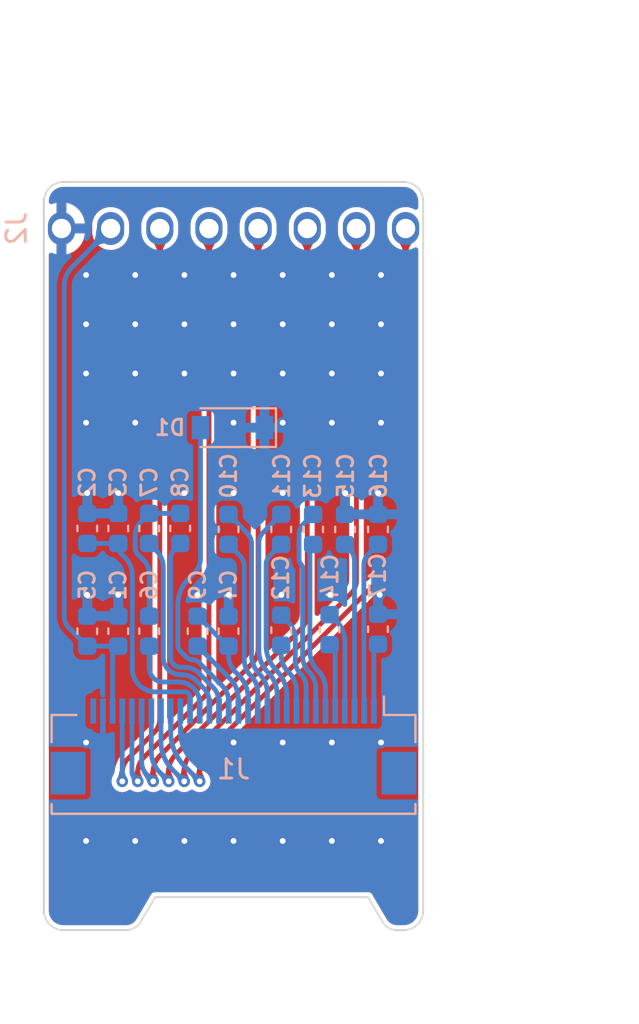
<source format=kicad_pcb>
(kicad_pcb (version 20211014) (generator pcbnew)
  (title_block (title "ALOIDIA Keyboard E-Paper Display Module PCB") (comment 2 "Author: Vincent Nguyen"))
  (layers (0 "F.Cu" signal) (31 "B.Cu" signal) (34 "B.Paste" user) (35 "F.Paste" user) (36 "B.SilkS" user "B.Silkscreen") (37 "F.SilkS" user "F.Silkscreen") (38 "B.Mask" user) (39 "F.Mask" user) (44 "Edge.Cuts" user))
  (net 0 "")
  (net 1 "GND")
  (net 2 "+3.3V")
  (net 3 "DIN")
  (net 4 "SCK")
  (net 5 "CS")
  (net 6 "DC")
  (net 7 "RST")
  (net 8 "BUSY")
  (net 9 "/VDDD")
  (net 10 "/VGL")
  (net 11 "/VDL")
  (net 12 "/VDH")
  (net 13 "/VGH")
  (net 14 "/C6P")
  (net 15 "/C6N")
  (net 16 "/C5P")
  (net 17 "/C5N")
  (net 18 "/C4P")
  (net 19 "/C4N")
  (net 20 "/C3P")
  (net 21 "/C3N")
  (net 22 "/C2P")
  (net 23 "/C2N")
  (net 24 "/C1P")
  (net 25 "/C1N")
  (net 26 "/VCOML")
  (net 27 "/VCOMH")
  (net 28 "/VCOM")
  (net 29 "Net-(C6-Pad1)")
  (footprint "Capacitor_SMD:C_0603_1608Metric" (layer "B.Cu") (at 162.71232 90.999772 -90)
    (fp_text reference "C14" (at -1.475 -0.03 90) (layer "B.SilkS") (effects (font (size 0.8 0.8)) (justify right mirror)))
    (fp_text value "2.2uF")
    (pad "1" smd roundrect (at -0.775 0 270) (size 0.9 0.95) (layers "B.Cu" "B.Paste" "B.Mask") (net 24 "/C1P"))
    (pad "2" smd roundrect (at 0.775 0 270) (size 0.9 0.95) (layers "B.Cu" "B.Paste" "B.Mask") (net 25 "/C1N"))
  )
  (footprint "Capacitor_SMD:C_0603_1608Metric" (layer "B.Cu") (at 157.49232 85.824772 -90)
    (fp_text reference "C10" (at -1.5 0 90) (layer "B.SilkS") (effects (font (size 0.8 0.8)) (justify right mirror)))
    (fp_text value "1uF")
    (pad "1" smd roundrect (at -0.775 0 270) (size 0.9 0.95) (layers "B.Cu" "B.Paste" "B.Mask") (net 16 "/C5P"))
    (pad "2" smd roundrect (at 0.775 0 270) (size 0.9 0.95) (layers "B.Cu" "B.Paste" "B.Mask") (net 17 "/C5N"))
  )
  (footprint "Diode_SMD:D_SOD-123" (layer "B.Cu") (at 157.69232 80.574772 180)
    (fp_text reference "D1" (at 2.35 0) (layer "B.SilkS") (effects (font (size 0.8 0.8)) (justify left mirror)))
    (fp_text value "SS0530_R1_00001")
    (pad "1" smd rect (at -1.65 0 180) (size 0.9 1.2) (layers "B.Cu" "B.Paste" "B.Mask") (net 1 "GND"))
    (pad "2" smd rect (at 1.65 0 180) (size 0.9 1.2) (layers "B.Cu" "B.Paste" "B.Mask") (net 10 "/VGL"))
  )
  (footprint "Capacitor_SMD:C_0603_1608Metric" (layer "B.Cu") (at 154.99232 85.774772 -90)
    (fp_text reference "C8" (at -1.5 0 90) (layer "B.SilkS") (effects (font (size 0.8 0.8)) (justify right mirror)))
    (fp_text value "1uF")
    (pad "1" smd roundrect (at -0.775 0 270) (size 0.9 0.95) (layers "B.Cu" "B.Paste" "B.Mask") (net 29 "Net-(C6-Pad1)"))
    (pad "2" smd roundrect (at 0.775 0 270) (size 0.9 0.95) (layers "B.Cu" "B.Paste" "B.Mask") (net 13 "/VGH"))
  )
  (footprint "Capacitor_SMD:C_0603_1608Metric" (layer "B.Cu") (at 161.86232 85.824772 90)
    (fp_text reference "C13" (at 1.5 -0.02 90) (layer "B.SilkS") (effects (font (size 0.8 0.8)) (justify right mirror)))
    (fp_text value "1uF")
    (pad "1" smd roundrect (at -0.775 0 90) (size 0.9 0.95) (layers "B.Cu" "B.Paste" "B.Mask") (net 22 "/C2P"))
    (pad "2" smd roundrect (at 0.775 0 90) (size 0.9 0.95) (layers "B.Cu" "B.Paste" "B.Mask") (net 23 "/C2N"))
  )
  (footprint "Capacitor_SMD:C_0603_1608Metric" (layer "B.Cu") (at 151.79232 91.074772 90)
    (fp_text reference "C1" (at 1.5 0 90) (layer "B.SilkS") (effects (font (size 0.8 0.8)) (justify right mirror)))
    (fp_text value "0.1uF")
    (pad "1" smd roundrect (at -0.775 0 90) (size 0.9 0.95) (layers "B.Cu" "B.Paste" "B.Mask") (net 2 "+3.3V"))
    (pad "2" smd roundrect (at 0.775 0 90) (size 0.9 0.95) (layers "B.Cu" "B.Paste" "B.Mask") (net 1 "GND"))
  )
  (footprint "Capacitor_SMD:C_0603_1608Metric" (layer "B.Cu") (at 155.89232 91.074772 -90)
    (fp_text reference "C9" (at -1.5 0 -90) (layer "B.SilkS") (effects (font (size 0.8 0.8)) (justify right mirror)))
    (fp_text value "1uF")
    (pad "1" smd roundrect (at -0.775 0 270) (size 0.9 0.95) (layers "B.Cu" "B.Paste" "B.Mask") (net 14 "/C6P"))
    (pad "2" smd roundrect (at 0.775 0 270) (size 0.9 0.95) (layers "B.Cu" "B.Paste" "B.Mask") (net 15 "/C6N"))
  )
  (footprint "Capacitor_SMD:C_0603_1608Metric" (layer "B.Cu") (at 150.19232 91.074772 90)
    (fp_text reference "C5" (at 1.5 0 90) (layer "B.SilkS") (effects (font (size 0.8 0.8)) (justify right mirror)))
    (fp_text value "4.7uF")
    (pad "1" smd roundrect (at -0.775 0 90) (size 0.9 0.95) (layers "B.Cu" "B.Paste" "B.Mask") (net 2 "+3.3V"))
    (pad "2" smd roundrect (at 0.775 0 90) (size 0.9 0.95) (layers "B.Cu" "B.Paste" "B.Mask") (net 1 "GND"))
  )
  (footprint "Capacitor_SMD:C_0603_1608Metric" (layer "B.Cu") (at 160.21232 91.024772 -90)
    (fp_text reference "C12" (at -1.45 0.02 90) (layer "B.SilkS") (effects (font (size 0.8 0.8)) (justify right mirror)))
    (fp_text value "1uF")
    (pad "1" smd roundrect (at -0.775 0 270) (size 0.9 0.95) (layers "B.Cu" "B.Paste" "B.Mask") (net 20 "/C3P"))
    (pad "2" smd roundrect (at 0.775 0 270) (size 0.9 0.95) (layers "B.Cu" "B.Paste" "B.Mask") (net 21 "/C3N"))
  )
  (footprint "Capacitor_SMD:C_0603_1608Metric" (layer "B.Cu") (at 153.39232 85.774772 -90)
    (fp_text reference "C7" (at -1.5 0 90) (layer "B.SilkS") (effects (font (size 0.8 0.8)) (justify right mirror)))
    (fp_text value "1uF")
    (pad "1" smd roundrect (at -0.775 0 270) (size 0.9 0.95) (layers "B.Cu" "B.Paste" "B.Mask") (net 29 "Net-(C6-Pad1)"))
    (pad "2" smd roundrect (at 0.775 0 270) (size 0.9 0.95) (layers "B.Cu" "B.Paste" "B.Mask") (net 12 "/VDH"))
  )
  (footprint "Capacitor_SMD:C_0603_1608Metric" (layer "B.Cu") (at 160.21232 85.824772 90)
    (fp_text reference "C11" (at 1.5 0.03 90) (layer "B.SilkS") (effects (font (size 0.8 0.8)) (justify right mirror)))
    (fp_text value "1uF")
    (pad "1" smd roundrect (at -0.775 0 90) (size 0.9 0.95) (layers "B.Cu" "B.Paste" "B.Mask") (net 18 "/C4P"))
    (pad "2" smd roundrect (at 0.775 0 90) (size 0.9 0.95) (layers "B.Cu" "B.Paste" "B.Mask") (net 19 "/C4N"))
  )
  (footprint "Capacitor_SMD:C_0603_1608Metric" (layer "B.Cu") (at 150.19232 85.775088 -90)
    (fp_text reference "C2" (at -1.500316 0 90) (layer "B.SilkS") (effects (font (size 0.8 0.8)) (justify right mirror)))
    (fp_text value "0.1uF")
    (pad "1" smd roundrect (at -0.775 0 270) (size 0.9 0.95) (layers "B.Cu" "B.Paste" "B.Mask") (net 1 "GND"))
    (pad "2" smd roundrect (at 0.775 0 270) (size 0.9 0.95) (layers "B.Cu" "B.Paste" "B.Mask") (net 9 "/VDDD"))
  )
  (footprint "Capacitor_SMD:C_0603_1608Metric" (layer "B.Cu") (at 151.79232 85.775088 -90)
    (fp_text reference "C3" (at -1.500316 0 90) (layer "B.SilkS") (effects (font (size 0.8 0.8)) (justify right mirror)))
    (fp_text value "1uF")
    (pad "1" smd roundrect (at -0.775 0 270) (size 0.9 0.95) (layers "B.Cu" "B.Paste" "B.Mask") (net 1 "GND"))
    (pad "2" smd roundrect (at 0.775 0 270) (size 0.9 0.95) (layers "B.Cu" "B.Paste" "B.Mask") (net 9 "/VDDD"))
  )
  (footprint "Capacitor_SMD:C_0603_1608Metric" (layer "B.Cu") (at 153.39232 91.074772 -90)
    (fp_text reference "C6" (at -1.5 0 90) (layer "B.SilkS") (effects (font (size 0.8 0.8)) (justify right mirror)))
    (fp_text value "1uF")
    (pad "1" smd roundrect (at -0.775 0 270) (size 0.9 0.95) (layers "B.Cu" "B.Paste" "B.Mask") (net 29 "Net-(C6-Pad1)"))
    (pad "2" smd roundrect (at 0.775 0 270) (size 0.9 0.95) (layers "B.Cu" "B.Paste" "B.Mask") (net 11 "/VDL"))
  )
  (footprint "Capacitor_SMD:C_0603_1608Metric" (layer "B.Cu") (at 157.49232 91.074772 -90)
    (fp_text reference "C4" (at -1.5 0 90) (layer "B.SilkS") (effects (font (size 0.8 0.8)) (justify right mirror)))
    (fp_text value "1uF")
    (pad "1" smd roundrect (at -0.775 0 270) (size 0.9 0.95) (layers "B.Cu" "B.Paste" "B.Mask") (net 1 "GND"))
    (pad "2" smd roundrect (at 0.775 0 270) (size 0.9 0.95) (layers "B.Cu" "B.Paste" "B.Mask") (net 14 "/C6P"))
  )
  (footprint "0_various:JUSHUO AFC24-S30FIC-00" (layer "B.Cu") (at 157.75 98.7 180)
    (fp_text reference "J1" (at 0 0.5 unlocked) (layer "B.SilkS") (effects (justify mirror)))
    (fp_text value "FH12-30S-0.5SH(55)")
    (pad "1" smd rect (at -7.25 3.5 90) (size 1.3 0.3) (layers "B.Cu" "B.Mask") (net 28 "/VCOM"))
    (pad "2" smd rect (at -6.75 3.5 90) (size 1.3 0.3) (layers "B.Cu" "B.Mask") (net 27 "/VCOMH"))
    (pad "3" smd rect (at -6.25 3.5 90) (size 1.3 0.3) (layers "B.Cu" "B.Mask") (net 26 "/VCOML"))
    (pad "4" smd rect (at -5.75 3.5 90) (size 1.3 0.3) (layers "B.Cu" "B.Mask") (net 24 "/C1P"))
    (pad "5" smd rect (at -5.25 3.5 90) (size 1.3 0.3) (layers "B.Cu" "B.Mask") (net 25 "/C1N"))
    (pad "6" smd rect (at -4.75 3.5 90) (size 1.3 0.3) (layers "B.Cu" "B.Mask") (net 22 "/C2P"))
    (pad "7" smd rect (at -4.25 3.5 90) (size 1.3 0.3) (layers "B.Cu" "B.Mask") (net 23 "/C2N"))
    (pad "8" smd rect (at -3.75 3.5 90) (size 1.3 0.3) (layers "B.Cu" "B.Mask") (net 20 "/C3P"))
    (pad "9" smd rect (at -3.25 3.5 90) (size 1.3 0.3) (layers "B.Cu" "B.Mask") (net 21 "/C3N"))
    (pad "10" smd rect (at -2.75 3.5 90) (size 1.3 0.3) (layers "B.Cu" "B.Mask") (net 18 "/C4P"))
    (pad "11" smd rect (at -2.25 3.5 90) (size 1.3 0.3) (layers "B.Cu" "B.Mask") (net 19 "/C4N"))
    (pad "12" smd rect (at -1.75 3.5 90) (size 1.3 0.3) (layers "B.Cu" "B.Mask") (net 16 "/C5P"))
    (pad "13" smd rect (at -1.25 3.5 90) (size 1.3 0.3) (layers "B.Cu" "B.Mask") (net 17 "/C5N"))
    (pad "14" smd rect (at -0.75 3.5 90) (size 1.3 0.3) (layers "B.Cu" "B.Mask") (net 14 "/C6P"))
    (pad "15" smd rect (at -0.25 3.5 90) (size 1.3 0.3) (layers "B.Cu" "B.Mask") (net 15 "/C6N"))
    (pad "16" smd rect (at 0.25 3.5 90) (size 1.3 0.3) (layers "B.Cu" "B.Mask") (net 10 "/VGL"))
    (pad "17" smd rect (at 0.75 3.5 90) (size 1.3 0.3) (layers "B.Cu" "B.Mask") (net 13 "/VGH"))
    (pad "18" smd rect (at 1.25 3.5 90) (size 1.3 0.3) (layers "B.Cu" "B.Mask") (net 12 "/VDH"))
    (pad "19" smd rect (at 1.75 3.5 90) (size 1.3 0.3) (layers "B.Cu" "B.Mask") (net 11 "/VDL"))
    (pad "20" smd rect (at 2.25 3.5 90) (size 1.3 0.3) (layers "B.Cu" "B.Mask") (net 9 "/VDDD"))
    (pad "21" smd rect (at 2.75 3.5 90) (size 1.3 0.3) (layers "B.Cu" "B.Mask") (net 1 "GND"))
    (pad "22" smd rect (at 3.25 3.5 90) (size 1.3 0.3) (layers "B.Cu" "B.Mask") (net 8 "BUSY"))
    (pad "23" smd rect (at 3.75 3.5 90) (size 1.3 0.3) (layers "B.Cu" "B.Mask") (net 7 "RST"))
    (pad "24" smd rect (at 4.25 3.5 90) (size 1.3 0.3) (layers "B.Cu" "B.Mask") (net 6 "DC"))
    (pad "25" smd rect (at 4.75 3.5 90) (size 1.3 0.3) (layers "B.Cu" "B.Mask") (net 5 "CS"))
    (pad "26" smd rect (at 5.25 3.5 90) (size 1.3 0.3) (layers "B.Cu" "B.Mask") (net 4 "SCK"))
    (pad "27" smd rect (at 5.75 3.5 90) (size 1.3 0.3) (layers "B.Cu" "B.Mask") (net 3 "DIN"))
    (pad "28" smd rect (at 6.25 3.5 90) (size 1.3 0.3) (layers "B.Cu" "B.Mask") (net 2 "+3.3V"))
    (pad "29" smd rect (at 6.75 3.5 90) (size 1.3 0.3) (layers "B.Cu" "B.Mask") (net 1 "GND"))
    (pad "30" smd rect (at 7.25 3.5 90) (size 1.3 0.3) (layers "B.Cu" "B.Mask"))
    (pad "MP" smd rect (at 8.55 0.3 180) (size 1.8 2.2) (layers "B.Cu" "B.Paste" "B.Mask"))
    (pad "MP" smd rect (at -8.55 0.3 180) (size 1.8 2.2) (layers "B.Cu" "B.Paste" "B.Mask"))
  )
  (footprint "Capacitor_SMD:C_0603_1608Metric" (layer "B.Cu") (at 165.21232 85.824772 -90)
    (fp_text reference "C16" (at -1.5 -0.03 90) (layer "B.SilkS") (effects (font (size 0.8 0.8)) (justify right mirror)))
    (fp_text value "2.2uF")
    (pad "1" smd roundrect (at -0.775 0 270) (size 0.9 0.95) (layers "B.Cu" "B.Paste" "B.Mask") (net 1 "GND"))
    (pad "2" smd roundrect (at 0.775 0 270) (size 0.9 0.95) (layers "B.Cu" "B.Paste" "B.Mask") (net 27 "/VCOMH"))
  )
  (footprint "Capacitor_SMD:C_0603_1608Metric" (layer "B.Cu") (at 165.21232 90.974772 -90)
    (fp_text reference "C17" (at -1.5 0.02 90) (layer "B.SilkS") (effects (font (size 0.8 0.8)) (justify right mirror)))
    (fp_text value "1uF")
    (pad "1" smd roundrect (at -0.775 0 270) (size 0.9 0.95) (layers "B.Cu" "B.Paste" "B.Mask") (net 1 "GND"))
    (pad "2" smd roundrect (at 0.775 0 270) (size 0.9 0.95) (layers "B.Cu" "B.Paste" "B.Mask") (net 28 "/VCOM"))
  )
  (footprint "Capacitor_SMD:C_0603_1608Metric" (layer "B.Cu") (at 163.51232 85.824772 -90)
    (fp_text reference "C15" (at -1.5 -0.03 90) (layer "B.SilkS") (effects (font (size 0.8 0.8)) (justify right mirror)))
    (fp_text value "1uF")
    (pad "1" smd roundrect (at -0.775 0 270) (size 0.9 0.95) (layers "B.Cu" "B.Paste" "B.Mask") (net 1 "GND"))
    (pad "2" smd roundrect (at 0.775 0 270) (size 0.9 0.95) (layers "B.Cu" "B.Paste" "B.Mask") (net 26 "/VCOML"))
  )
  (footprint "Connector_PinHeader_2.54mm:PinHeader_1x08_P2.54mm_Vertical" (layer "B.Cu") (at 157.75 70.3 -90)
    (fp_text reference "J2" (at 0 11.22 90) (layer "B.SilkS") (effects (justify mirror)))
    (fp_text value "01x08 2.54mm Pin Headers ")
    (pad "1" thru_hole oval (at 0 8.89 270) (size 1.7 1.4) (drill 1) (layers *.Cu *.Mask) (net 1 "GND"))
    (pad "2" thru_hole oval (at 0 6.35 270) (size 1.7 1.4) (drill 1) (layers *.Cu *.Mask) (net 2 "+3.3V"))
    (pad "3" thru_hole oval (at 0 3.81 270) (size 1.7 1.4) (drill 1) (layers *.Cu *.Mask) (net 3 "DIN"))
    (pad "4" thru_hole oval (at 0 1.27 270) (size 1.7 1.4) (drill 1) (layers *.Cu *.Mask) (net 4 "SCK"))
    (pad "5" thru_hole oval (at 0 -1.27 270) (size 1.7 1.4) (drill 1) (layers *.Cu *.Mask) (net 5 "CS"))
    (pad "6" thru_hole oval (at 0 -3.81 270) (size 1.7 1.4) (drill 1) (layers *.Cu *.Mask) (net 6 "DC"))
    (pad "7" thru_hole oval (at 0 -6.35 270) (size 1.7 1.4) (drill 1) (layers *.Cu *.Mask) (net 7 "RST"))
    (pad "8" thru_hole oval (at 0 -8.89 270) (size 1.7 1.4) (drill 1) (layers *.Cu *.Mask) (net 8 "BUSY"))
  )
  (gr_arc (start 166.2 106.5) (mid 165.768984 106.38636) (end 165.45 106.075) (layer "Edge.Cuts") (width 0.1))
  (gr_line (start 153.7 104.8) (end 152.95 106.075) (layer "Edge.Cuts") (width 0.1))
  (gr_arc (start 166.55 67.9) (mid 167.257107 68.192893) (end 167.55 68.9) (layer "Edge.Cuts") (width 0.1))
  (gr_arc (start 148.95 106.5) (mid 148.242893 106.207107) (end 147.95 105.5) (layer "Edge.Cuts") (width 0.1))
  (gr_line (start 167.55 68.9) (end 167.55 105.5) (layer "Edge.Cuts") (width 0.1))
  (gr_line (start 166.55 106.5) (end 166.2 106.5) (layer "Edge.Cuts") (width 0.1))
  (gr_line (start 148.95 106.5) (end 152.2 106.5) (layer "Edge.Cuts") (width 0.1))
  (gr_arc (start 152.95 106.075) (mid 152.631019 106.386353) (end 152.2 106.5) (layer "Edge.Cuts") (width 0.1))
  (gr_line (start 153.7 104.8) (end 164.7 104.8) (layer "Edge.Cuts") (width 0.1))
  (gr_arc (start 167.55 105.5) (mid 167.257107 106.207107) (end 166.55 106.5) (layer "Edge.Cuts") (width 0.1))
  (gr_line (start 148.95 67.9) (end 166.55 67.9) (layer "Edge.Cuts") (width 0.1))
  (gr_arc (start 147.95 68.9) (mid 148.242893 68.192893) (end 148.95 67.9) (layer "Edge.Cuts") (width 0.1))
  (gr_line (start 164.7 104.8) (end 165.45 106.075) (layer "Edge.Cuts") (width 0.1))
  (gr_line (start 147.95 105.5) (end 147.95 68.9) (layer "Edge.Cuts") (width 0.1))
  (via (at 162.83 77.78) (size 0.6) (drill 0.3) (layers "F.Cu" "B.Cu") (net 1))
  (via (at 162.83 75.24) (size 0.6) (drill 0.3) (layers "F.Cu" "B.Cu") (net 1))
  (via (at 165.37 77.78) (size 0.6) (drill 0.3) (layers "F.Cu" "B.Cu") (net 1))
  (via (at 150.13 72.7) (size 0.6) (drill 0.3) (layers "F.Cu" "B.Cu") (net 1))
  (via (at 165.37 72.7) (size 0.6) (drill 0.3) (layers "F.Cu" "B.Cu") (net 1))
  (via (at 162.7378 89.2) (size 0.6) (drill 0.3) (layers "F.Cu" "B.Cu") (net 1))
  (via (at 160.29 80.32) (size 0.6) (drill 0.3) (layers "F.Cu" "B.Cu") (net 1))
  (via (at 162.83 101.9) (size 0.6) (drill 0.3) (layers "F.Cu" "B.Cu") (net 1))
  (via (at 157.75 75.24) (size 0.6) (drill 0.3) (layers "F.Cu" "B.Cu") (net 1))
  (via (at 152.67 101.9) (size 0.6) (drill 0.3) (layers "F.Cu" "B.Cu") (net 1))
  (via (at 150.1902 89.2048) (size 0.6) (drill 0.3) (layers "F.Cu" "B.Cu") (net 1))
  (via (at 160.2232 89.2048) (size 0.6) (drill 0.3) (layers "F.Cu" "B.Cu") (net 1))
  (via (at 162.83 80.32) (size 0.6) (drill 0.3) (layers "F.Cu" "B.Cu") (net 1))
  (via (at 152.67 80.32) (size 0.6) (drill 0.3) (layers "F.Cu" "B.Cu") (net 1))
  (via (at 155.21 75.24) (size 0.6) (drill 0.3) (layers "F.Cu" "B.Cu") (net 1))
  (via (at 165.37 96.82) (size 0.6) (drill 0.3) (layers "F.Cu" "B.Cu") (net 1))
  (via (at 165.227 83.95) (size 0.6) (drill 0.3) (layers "F.Cu" "B.Cu") (net 1))
  (via (at 165.37 75.24) (size 0.6) (drill 0.3) (layers "F.Cu" "B.Cu") (net 1))
  (via (at 152.67 77.78) (size 0.6) (drill 0.3) (layers "F.Cu" "B.Cu") (net 1))
  (via (at 160.29 83.95) (size 0.6) (drill 0.3) (layers "F.Cu" "B.Cu") (net 1))
  (via (at 160.29 101.9) (size 0.6) (drill 0.3) (layers "F.Cu" "B.Cu") (net 1))
  (via (at 157.75 77.78) (size 0.6) (drill 0.3) (layers "F.Cu" "B.Cu") (net 1))
  (via (at 152.67 72.7) (size 0.6) (drill 0.3) (layers "F.Cu" "B.Cu") (net 1))
  (via (at 155.8798 89.2048) (size 0.6) (drill 0.3) (layers "F.Cu" "B.Cu") (net 1))
  (via (at 155.21 77.78) (size 0.6) (drill 0.3) (layers "F.Cu" "B.Cu") (net 1))
  (via (at 157.75 83.95) (size 0.6) (drill 0.3) (layers "F.Cu" "B.Cu") (net 1))
  (via (at 162.83 72.7) (size 0.6) (drill 0.3) (layers "F.Cu" "B.Cu") (net 1))
  (via (at 163.5252 83.947) (size 0.6) (drill 0.3) (layers "F.Cu" "B.Cu") (net 1))
  (via (at 155.21 72.7) (size 0.6) (drill 0.3) (layers "F.Cu" "B.Cu") (net 1))
  (via (at 150.1902 83.95) (size 0.6) (drill 0.3) (layers "F.Cu" "B.Cu") (net 1))
  (via (at 157.75 101.9) (size 0.6) (drill 0.3) (layers "F.Cu" "B.Cu") (net 1))
  (via (at 155.21 83.95) (size 0.6) (drill 0.3) (layers "F.Cu" "B.Cu") (net 1))
  (via (at 165.37 80.32) (size 0.6) (drill 0.3) (layers "F.Cu" "B.Cu") (net 1))
  (via (at 150.13 75.24) (size 0.6) (drill 0.3) (layers "F.Cu" "B.Cu") (net 1))
  (via (at 157.5054 89.2048) (size 0.6) (drill 0.3) (layers "F.Cu" "B.Cu") (net 1))
  (via (at 150.13 80.32) (size 0.6) (drill 0.3) (layers "F.Cu" "B.Cu") (net 1))
  (via (at 155.21 101.9) (size 0.6) (drill 0.3) (layers "F.Cu" "B.Cu") (net 1))
  (via (at 150.13 96.82) (size 0.6) (drill 0.3) (layers "F.Cu" "B.Cu") (net 1))
  (via (at 162.83 96.82) (size 0.6) (drill 0.3) (layers "F.Cu" "B.Cu") (net 1))
  (via (at 165.3032 89.2) (size 0.6) (drill 0.3) (layers "F.Cu" "B.Cu") (net 1))
  (via (at 160.29 75.24) (size 0.6) (drill 0.3) (layers "F.Cu" "B.Cu") (net 1))
  (via (at 151.7904 89.2048) (size 0.6) (drill 0.3) (layers "F.Cu" "B.Cu") (net 1))
  (via (at 157.75 96.82) (size 0.6) (drill 0.3) (layers "F.Cu" "B.Cu") (net 1))
  (via (at 152.67 75.24) (size 0.6) (drill 0.3) (layers "F.Cu" "B.Cu") (net 1))
  (via (at 150.13 101.9) (size 0.6) (drill 0.3) (layers "F.Cu" "B.Cu") (net 1))
  (via (at 160.29 96.82) (size 0.6) (drill 0.3) (layers "F.Cu" "B.Cu") (net 1))
  (via (at 151.7904 83.947) (size 0.6) (drill 0.3) (layers "F.Cu" "B.Cu") (net 1))
  (via (at 165.37 101.9) (size 0.6) (drill 0.3) (layers "F.Cu" "B.Cu") (net 1))
  (via (at 157.75 72.7) (size 0.6) (drill 0.3) (layers "F.Cu" "B.Cu") (net 1))
  (via (at 150.13 77.78) (size 0.6) (drill 0.3) (layers "F.Cu" "B.Cu") (net 1))
  (via (at 160.29 72.7) (size 0.6) (drill 0.3) (layers "F.Cu" "B.Cu") (net 1))
  (via (at 160.29 77.78) (size 0.6) (drill 0.3) (layers "F.Cu" "B.Cu") (net 1))
  (via (at 157.75 80.32) (size 0.6) (drill 0.3) (layers "F.Cu" "B.Cu") (net 1))
  (segment (start 155 96.0466) (end 155.0162 96.0628) (width 0.2) (layer "B.Cu") (net 1))
  (segment (start 155 95.2) (end 155 96.0466) (width 0.2) (layer "B.Cu") (net 1))
  (segment (start 151 95.2) (end 151 96.1614) (width 0.25) (layer "B.Cu") (net 1))
  (segment (start 149 90.283282) (end 149 73.279064) (width 0.25) (layer "B.Cu") (net 2))
  (segment (start 149.40946 72.29054) (end 151.4 70.3) (width 0.25) (layer "B.Cu") (net 2))
  (segment (start 151.585618 91.849772) (end 150.19232 91.849772) (width 0.25) (layer "B.Cu") (net 2))
  (segment (start 151.5 92.348793) (end 151.5 95.2) (width 0.25) (layer "B.Cu") (net 2))
  (segment (start 149.264578 90.92203) (end 150.19232 91.849772) (width 0.25) (layer "B.Cu") (net 2))
  (arc (start 151.64616 91.995932) (mid 151.664719 91.902625) (end 151.585618 91.849772) (width 0.25) (layer "B.Cu") (net 2))
  (arc (start 149 90.283282) (mid 149.068762 90.62897) (end 149.264578 90.92203) (width 0.25) (layer "B.Cu") (net 2))
  (arc (start 149.40946 72.29054) (mid 149.106415 72.744079) (end 149 73.279064) (width 0.25) (layer "B.Cu") (net 2))
  (arc (start 151.64616 91.995932) (mid 151.537985 92.157826) (end 151.5 92.348793) (width 0.25) (layer "B.Cu") (net 2))
  (segment (start 152 98.3875) (end 152 98.825) (width 0.25) (layer "F.Cu") (net 3))
  (segment (start 152.309359 97.64064) (end 153.650136 96.299864) (width 0.25) (layer "F.Cu") (net 3))
  (segment (start 153.94 95.600072) (end 153.94 70.3) (width 0.25) (layer "F.Cu") (net 3))
  (via (at 152 98.825) (size 0.6) (drill 0.3) (layers "F.Cu" "B.Cu") (net 3))
  (arc (start 153.94 95.600072) (mid 153.864667 95.978797) (end 153.650136 96.299864) (width 0.25) (layer "F.Cu") (net 3))
  (arc (start 152.309359 97.64064) (mid 152.080399 97.983302) (end 152 98.3875) (width 0.25) (layer "F.Cu") (net 3))
  (segment (start 152 98.825) (end 152 95.2) (width 0.25) (layer "B.Cu") (net 3))
  (segment (start 152.8 98.825) (end 152.8 98.3625) (width 0.25) (layer "F.Cu") (net 4))
  (segment (start 156.203627 94.49637) (end 153.127036 97.572963) (width 0.25) (layer "F.Cu") (net 4))
  (segment (start 156.48 93.829146) (end 156.48 70.3) (width 0.25) (layer "F.Cu") (net 4))
  (via (at 152.8 98.825) (size 0.6) (drill 0.3) (layers "F.Cu" "B.Cu") (net 4))
  (arc (start 156.48 93.829146) (mid 156.408173 94.190245) (end 156.203627 94.49637) (width 0.25) (layer "F.Cu") (net 4))
  (arc (start 153.127036 97.572963) (mid 152.884993 97.935205) (end 152.8 98.3625) (width 0.25) (layer "F.Cu") (net 4))
  (segment (start 152.5 98.312867) (end 152.5 95.2) (width 0.25) (layer "B.Cu") (net 4))
  (segment (start 152.65 98.675) (end 152.8 98.825) (width 0.25) (layer "B.Cu") (net 4))
  (arc (start 152.5 98.312867) (mid 152.538983 98.508852) (end 152.65 98.675) (width 0.25) (layer "B.Cu") (net 4))
  (segment (start 153.6 98.825) (end 153.6 98.3375) (width 0.25) (layer "F.Cu") (net 5))
  (segment (start 159.02 91.96487) (end 159.02 70.3) (width 0.25) (layer "F.Cu") (net 5))
  (segment (start 158.691104 92.758895) (end 153.944714 97.505285) (width 0.25) (layer "F.Cu") (net 5))
  (via (at 153.6 98.825) (size 0.6) (drill 0.3) (layers "F.Cu" "B.Cu") (net 5))
  (arc (start 159.02 91.96487) (mid 158.934523 92.394593) (end 158.691104 92.758895) (width 0.25) (layer "F.Cu") (net 5))
  (arc (start 153.944714 97.505285) (mid 153.689588 97.887108) (end 153.6 98.3375) (width 0.25) (layer "F.Cu") (net 5))
  (segment (start 153 97.800735) (end 153 95.2) (width 0.25) (layer "B.Cu") (net 5))
  (segment (start 153.6 98.825) (end 153.3 98.525) (width 0.25) (layer "B.Cu") (net 5))
  (arc (start 153 97.800735) (mid 153.077967 98.192704) (end 153.3 98.525) (width 0.25) (layer "B.Cu") (net 5))
  (segment (start 154.762392 97.437607) (end 161.237036 90.962963) (width 0.25) (layer "F.Cu") (net 6))
  (segment (start 154.4 98.3125) (end 154.4 98.825) (width 0.25) (layer "F.Cu") (net 6))
  (segment (start 161.56 90.183259) (end 161.56 70.3) (width 0.25) (layer "F.Cu") (net 6))
  (via (at 154.4 98.825) (size 0.6) (drill 0.3) (layers "F.Cu" "B.Cu") (net 6))
  (arc (start 154.762392 97.437607) (mid 154.494182 97.839011) (end 154.4 98.3125) (width 0.25) (layer "F.Cu") (net 6))
  (arc (start 161.56 90.183259) (mid 161.476064 90.605232) (end 161.237036 90.962963) (width 0.25) (layer "F.Cu") (net 6))
  (segment (start 153.95 98.375) (end 154.4 98.825) (width 0.25) (layer "B.Cu") (net 6))
  (segment (start 153.5 97.288603) (end 153.5 95.2) (width 0.25) (layer "B.Cu") (net 6))
  (arc (start 153.5 97.288603) (mid 153.616951 97.876556) (end 153.95 98.375) (width 0.25) (layer "B.Cu") (net 6))
  (segment (start 155.580069 97.36993) (end 163.821141 89.128858) (width 0.25) (layer "F.Cu") (net 7))
  (segment (start 164.1 88.455633) (end 164.1 70.3) (width 0.25) (layer "F.Cu") (net 7))
  (segment (start 155.2 98.825) (end 155.2 98.2875) (width 0.25) (layer "F.Cu") (net 7))
  (via (at 155.2 98.825) (size 0.6) (drill 0.3) (layers "F.Cu" "B.Cu") (net 7))
  (arc (start 155.580069 97.36993) (mid 155.298776 97.790914) (end 155.2 98.2875) (width 0.25) (layer "F.Cu") (net 7))
  (arc (start 164.1 88.455633) (mid 164.027527 88.81998) (end 163.821141 89.128858) (width 0.25) (layer "F.Cu") (net 7))
  (segment (start 155.2 98.825) (end 154.6 98.225) (width 0.25) (layer "B.Cu") (net 7))
  (segment (start 154 96.776471) (end 154 95.2) (width 0.25) (layer "B.Cu") (net 7))
  (arc (start 154 96.776471) (mid 154.155934 97.560409) (end 154.6 98.225) (width 0.25) (layer "B.Cu") (net 7))
  (segment (start 156 98.825) (end 156 98.2625) (width 0.25) (layer "F.Cu") (net 8))
  (segment (start 166.336291 87.363708) (end 156.397747 97.302252) (width 0.25) (layer "F.Cu") (net 8))
  (segment (start 166.64 86.630489) (end 166.64 70.3) (width 0.25) (layer "F.Cu") (net 8))
  (via (at 156 98.825) (size 0.6) (drill 0.3) (layers "F.Cu" "B.Cu") (net 8))
  (arc (start 156.397747 97.302252) (mid 156.103371 97.742817) (end 156 98.2625) (width 0.25) (layer "F.Cu") (net 8))
  (arc (start 166.64 86.630489) (mid 166.561069 87.027304) (end 166.336291 87.363708) (width 0.25) (layer "F.Cu") (net 8))
  (segment (start 154.5 96.264339) (end 154.5 95.2) (width 0.25) (layer "B.Cu") (net 8))
  (segment (start 155.25 98.075) (end 156 98.825) (width 0.25) (layer "B.Cu") (net 8))
  (arc (start 154.5 96.264339) (mid 154.694918 97.244261) (end 155.25 98.075) (width 0.25) (layer "B.Cu") (net 8))
  (segment (start 153.72595 94.2086) (end 155.20846 94.2086) (width 0.25) (layer "B.Cu") (net 9))
  (segment (start 155.5 94.500139) (end 155.5 95.2) (width 0.25) (layer "B.Cu") (net 9))
  (segment (start 151.604978 86.550088) (end 150.19232 86.550088) (width 0.25) (layer "B.Cu") (net 9))
  (segment (start 152.51932 88.165838) (end 152.51932 93.001969) (width 0.25) (layer "B.Cu") (net 9))
  (segment (start 152.15582 87.288272) (end 151.92479 87.057242) (width 0.25) (layer "B.Cu") (net 9))
  (arc (start 155.41461 94.29399) (mid 155.320027 94.230792) (end 155.20846 94.2086) (width 0.25) (layer "B.Cu") (net 9))
  (arc (start 151.79232 86.73743) (mid 151.737448 86.604959) (end 151.604978 86.550088) (width 0.25) (layer "B.Cu") (net 9))
  (arc (start 152.872734 93.855186) (mid 153.264193 94.11675) (end 153.72595 94.2086) (width 0.25) (layer "B.Cu") (net 9))
  (arc (start 151.79232 86.73743) (mid 151.826747 86.910511) (end 151.92479 87.057242) (width 0.25) (layer "B.Cu") (net 9))
  (arc (start 152.15582 87.288272) (mid 152.424849 87.690902) (end 152.51932 88.165838) (width 0.25) (layer "B.Cu") (net 9))
  (arc (start 155.41461 94.29399) (mid 155.477807 94.388572) (end 155.5 94.500139) (width 0.25) (layer "B.Cu") (net 9))
  (arc (start 152.51932 93.001969) (mid 152.611169 93.463726) (end 152.872734 93.855186) (width 0.25) (layer "B.Cu") (net 9))
  (segment (start 157.15792 93.890372) (end 155.951754 92.684206) (width 0.25) (layer "B.Cu") (net 10))
  (segment (start 155.035469 92.142501) (end 155.312305 92.419337) (width 0.25) (layer "B.Cu") (net 10))
  (segment (start 154.87332 91.751038) (end 154.87332 89.751379) (width 0.25) (layer "B.Cu") (net 10))
  (segment (start 156.04232 87.292053) (end 156.04232 80.574772) (width 0.25) (layer "B.Cu") (net 10))
  (segment (start 155.45782 88.340272) (end 155.714441 88.083642) (width 0.25) (layer "B.Cu") (net 10))
  (segment (start 157.5 94.716226) (end 157.5 95.2) (width 0.25) (layer "B.Cu") (net 10))
  (arc (start 155.951754 92.684206) (mid 155.805063 92.58619) (end 155.63203 92.551772) (width 0.25) (layer "B.Cu") (net 10))
  (arc (start 157.15792 93.890372) (mid 157.411096 94.269277) (end 157.5 94.716226) (width 0.25) (layer "B.Cu") (net 10))
  (arc (start 155.312305 92.419337) (mid 155.458996 92.517353) (end 155.63203 92.551772) (width 0.25) (layer "B.Cu") (net 10))
  (arc (start 154.87332 91.751038) (mid 154.915461 91.962896) (end 155.035469 92.142501) (width 0.25) (layer "B.Cu") (net 10))
  (arc (start 155.45782 88.340272) (mid 155.025226 88.987693) (end 154.87332 89.751379) (width 0.25) (layer "B.Cu") (net 10))
  (arc (start 156.04232 87.292053) (mid 155.957107 87.720456) (end 155.714441 88.083642) (width 0.25) (layer "B.Cu") (net 10))
  (segment (start 154.893026 93.697772) (end 154.114426 93.697772) (width 0.25) (layer "B.Cu") (net 11))
  (segment (start 156 94.773111) (end 156 95.2) (width 0.25) (layer "B.Cu") (net 11))
  (segment (start 153.39232 92.975665) (end 153.39232 91.849772) (width 0.25) (layer "B.Cu") (net 11))
  (segment (start 155.698143 94.044365) (end 155.675775 94.021997) (width 0.25) (layer "B.Cu") (net 11))
  (arc (start 153.60382 93.486272) (mid 153.838088 93.642804) (end 154.114426 93.697772) (width 0.25) (layer "B.Cu") (net 11))
  (arc (start 155.698143 94.044365) (mid 155.921549 94.378716) (end 156 94.773111) (width 0.25) (layer "B.Cu") (net 11))
  (arc (start 153.39232 92.975665) (mid 153.447287 93.252003) (end 153.60382 93.486272) (width 0.25) (layer "B.Cu") (net 11))
  (arc (start 155.675775 94.021997) (mid 155.316646 93.782035) (end 154.893026 93.697772) (width 0.25) (layer "B.Cu") (net 11))
  (segment (start 156.5 94.756532) (end 156.5 95.2) (width 0.25) (layer "B.Cu") (net 12))
  (segment (start 154.11932 92.434783) (end 154.11932 87.790838) (width 0.25) (layer "B.Cu") (net 12))
  (segment (start 153.75582 86.913272) (end 153.39232 86.549772) (width 0.25) (layer "B.Cu") (net 12))
  (segment (start 155.005308 93.320772) (end 155.073014 93.320772) (width 0.25) (layer "B.Cu") (net 12))
  (segment (start 156.18642 93.999484) (end 155.815084 93.628147) (width 0.25) (layer "B.Cu") (net 12))
  (arc (start 156.18642 93.999484) (mid 156.418503 94.34682) (end 156.5 94.756532) (width 0.25) (layer "B.Cu") (net 12))
  (arc (start 155.815084 93.628147) (mid 155.474619 93.400656) (end 155.073014 93.320772) (width 0.25) (layer "B.Cu") (net 12))
  (arc (start 154.37882 93.061272) (mid 154.666255 93.25333) (end 155.005308 93.320772) (width 0.25) (layer "B.Cu") (net 12))
  (arc (start 154.11932 92.434783) (mid 154.186761 92.773836) (end 154.37882 93.061272) (width 0.25) (layer "B.Cu") (net 12))
  (arc (start 153.75582 86.913272) (mid 154.024849 87.315902) (end 154.11932 87.790838) (width 0.25) (layer "B.Cu") (net 12))
  (segment (start 154.49632 87.396496) (end 154.49632 92.406033) (width 0.25) (layer "B.Cu") (net 13))
  (segment (start 154.74432 86.797772) (end 154.99232 86.549772) (width 0.25) (layer "B.Cu") (net 13))
  (segment (start 155.237594 92.943772) (end 155.034058 92.943772) (width 0.25) (layer "B.Cu") (net 13))
  (segment (start 157 94.739953) (end 157 95.2) (width 0.25) (layer "B.Cu") (net 13))
  (segment (start 156.674697 93.954603) (end 155.965289 93.245193) (width 0.25) (layer "B.Cu") (net 13))
  (arc (start 155.965289 93.245193) (mid 155.631419 93.022108) (end 155.237594 92.943772) (width 0.25) (layer "B.Cu") (net 13))
  (arc (start 154.65382 92.786272) (mid 154.828274 92.902839) (end 155.034058 92.943772) (width 0.25) (layer "B.Cu") (net 13))
  (arc (start 156.674697 93.954603) (mid 156.915456 94.314924) (end 157 94.739953) (width 0.25) (layer "B.Cu") (net 13))
  (arc (start 154.74432 86.797772) (mid 154.560773 87.072469) (end 154.49632 87.396496) (width 0.25) (layer "B.Cu") (net 13))
  (arc (start 154.49632 92.406033) (mid 154.537252 92.611816) (end 154.65382 92.786272) (width 0.25) (layer "B.Cu") (net 13))
  (segment (start 158.5 94.516226) (end 158.5 95.2) (width 0.25) (layer "B.Cu") (net 14))
  (segment (start 157.49232 91.874772) (end 157.49232 92.337272) (width 0.25) (layer "B.Cu") (net 14))
  (segment (start 157.424642 91.832094) (end 155.89232 90.299772) (width 0.25) (layer "B.Cu") (net 14))
  (segment (start 158.016498 93.34895) (end 157.837034 93.169486) (width 0.25) (layer "B.Cu") (net 14))
  (arc (start 157.49232 92.337272) (mid 157.581908 92.787663) (end 157.837034 93.169486) (width 0.25) (layer "B.Cu") (net 14))
  (arc (start 158.016498 93.34895) (mid 158.374341 93.8845) (end 158.5 94.516226) (width 0.25) (layer "B.Cu") (net 14))
  (arc (start 157.424642 91.832094) (mid 157.444222 91.845177) (end 157.46732 91.849772) (width 0.25) (layer "B.Cu") (net 14))
  (arc (start 157.49232 91.874772) (mid 157.484997 91.857094) (end 157.46732 91.849772) (width 0.25) (layer "B.Cu") (net 14))
  (segment (start 158 94.578726) (end 158 95.2) (width 0.25) (layer "B.Cu") (net 15))
  (segment (start 157.560692 93.518144) (end 155.89232 91.849772) (width 0.25) (layer "B.Cu") (net 15))
  (arc (start 157.560692 93.518144) (mid 157.885827 94.004743) (end 158 94.578726) (width 0.25) (layer "B.Cu") (net 15))
  (segment (start 158.441591 85.999043) (end 157.49232 85.049772) (width 0.25) (layer "B.Cu") (net 16))
  (segment (start 158.679 92.297759) (end 158.679 86.572199) (width 0.25) (layer "B.Cu") (net 16))
  (segment (start 159.5 94.279828) (end 159.5 95.2) (width 0.25) (layer "B.Cu") (net 16))
  (arc (start 158.441591 85.999043) (mid 158.617299 86.262009) (end 158.679 86.572199) (width 0.25) (layer "B.Cu") (net 16))
  (arc (start 159.0895 93.288794) (mid 159.393314 93.743484) (end 159.5 94.279828) (width 0.25) (layer "B.Cu") (net 16))
  (arc (start 158.679 92.297759) (mid 158.785685 92.834103) (end 159.0895 93.288794) (width 0.25) (layer "B.Cu") (net 16))
  (segment (start 158.302 87.71195) (end 158.302 92.540891) (width 0.25) (layer "B.Cu") (net 17))
  (segment (start 159 94.226012) (end 159 95.2) (width 0.25) (layer "B.Cu") (net 17))
  (segment (start 158.088102 87.195554) (end 157.49232 86.599772) (width 0.25) (layer "B.Cu") (net 17))
  (arc (start 158.088102 87.195554) (mid 158.24641 87.432478) (end 158.302 87.71195) (width 0.25) (layer "B.Cu") (net 17))
  (arc (start 158.302 92.540891) (mid 158.392702 92.996881) (end 158.651 93.383452) (width 0.25) (layer "B.Cu") (net 17))
  (arc (start 158.651 93.383452) (mid 158.909297 93.770021) (end 159 94.226012) (width 0.25) (layer "B.Cu") (net 17))
  (segment (start 159.433 87.636968) (end 159.433 91.811495) (width 0.25) (layer "B.Cu") (net 18))
  (segment (start 160.5 94.38746) (end 160.5 95.2) (width 0.25) (layer "B.Cu") (net 18))
  (segment (start 159.615346 87.196746) (end 160.21232 86.599772) (width 0.25) (layer "B.Cu") (net 18))
  (arc (start 159.9665 93.099478) (mid 160.361347 93.690409) (end 160.5 94.38746) (width 0.25) (layer "B.Cu") (net 18))
  (arc (start 159.615346 87.196746) (mid 159.48039 87.398722) (end 159.433 87.636968) (width 0.25) (layer "B.Cu") (net 18))
  (arc (start 159.433 91.811495) (mid 159.571652 92.508546) (end 159.9665 93.099478) (width 0.25) (layer "B.Cu") (net 18))
  (segment (start 160 94.333644) (end 160 95.2) (width 0.25) (layer "B.Cu") (net 19))
  (segment (start 159.056 92.054627) (end 159.056 86.511479) (width 0.25) (layer "B.Cu") (net 19))
  (segment (start 159.271941 85.990151) (end 160.21232 85.049772) (width 0.25) (layer "B.Cu") (net 19))
  (arc (start 159.271941 85.990151) (mid 159.112121 86.229338) (end 159.056 86.511479) (width 0.25) (layer "B.Cu") (net 19))
  (arc (start 159.056 92.054627) (mid 159.178668 92.671324) (end 159.528 93.194136) (width 0.25) (layer "B.Cu") (net 19))
  (arc (start 159.528 93.194136) (mid 159.877331 93.716946) (end 160 94.333644) (width 0.25) (layer "B.Cu") (net 19))
  (segment (start 161.5 93.961001) (end 161.5 95.2) (width 0.25) (layer "B.Cu") (net 20))
  (segment (start 160.94232 92.614642) (end 160.94232 91.495959) (width 0.25) (layer "B.Cu") (net 20))
  (segment (start 160.57732 90.614772) (end 160.21232 90.249772) (width 0.25) (layer "B.Cu") (net 20))
  (arc (start 160.57732 90.614772) (mid 160.847459 91.019064) (end 160.94232 91.495959) (width 0.25) (layer "B.Cu") (net 20))
  (arc (start 160.94232 92.614642) (mid 161.014788 92.978964) (end 161.22116 93.287822) (width 0.25) (layer "B.Cu") (net 20))
  (arc (start 161.22116 93.287822) (mid 161.427531 93.596679) (end 161.5 93.961001) (width 0.25) (layer "B.Cu") (net 20))
  (segment (start 160.570246 93.170066) (end 160.60616 93.20598) (width 0.25) (layer "B.Cu") (net 21))
  (segment (start 161 94.156793) (end 161 95.2) (width 0.25) (layer "B.Cu") (net 21))
  (segment (start 160.21232 92.305956) (end 160.21232 91.799772) (width 0.25) (layer "B.Cu") (net 21))
  (arc (start 160.60616 93.20598) (mid 160.897644 93.642216) (end 161 94.156793) (width 0.25) (layer "B.Cu") (net 21))
  (arc (start 160.21232 92.305956) (mid 160.305341 92.773609) (end 160.570246 93.170066) (width 0.25) (layer "B.Cu") (net 21))
  (segment (start 161.77932 86.682772) (end 161.86232 86.599772) (width 0.25) (layer "B.Cu") (net 22))
  (segment (start 161.69632 86.883151) (end 161.69632 92.127326) (width 0.25) (layer "B.Cu") (net 22))
  (segment (start 162.5 94.067581) (end 162.5 95.2) (width 0.25) (layer "B.Cu") (net 22))
  (arc (start 161.69632 92.127326) (mid 161.800754 92.652355) (end 162.09816 93.097454) (width 0.25) (layer "B.Cu") (net 22))
  (arc (start 161.77932 86.682772) (mid 161.71789 86.774706) (end 161.69632 86.883151) (width 0.25) (layer "B.Cu") (net 22))
  (arc (start 162.09816 93.097454) (mid 162.395565 93.542552) (end 162.5 94.067581) (width 0.25) (layer "B.Cu") (net 22))
  (segment (start 161.13532 86.070994) (end 161.13532 87.392244) (width 0.25) (layer "B.Cu") (net 23))
  (segment (start 161.31932 92.370458) (end 161.31932 87.836459) (width 0.25) (layer "B.Cu") (net 23))
  (segment (start 162 94.013765) (end 162 95.2) (width 0.25) (layer "B.Cu") (net 23))
  (segment (start 161.343366 85.568726) (end 161.86232 85.049772) (width 0.25) (layer "B.Cu") (net 23))
  (arc (start 161.65966 93.192112) (mid 161.911548 93.569089) (end 162 94.013765) (width 0.25) (layer "B.Cu") (net 23))
  (arc (start 161.343366 85.568726) (mid 161.189389 85.799169) (end 161.13532 86.070994) (width 0.25) (layer "B.Cu") (net 23))
  (arc (start 161.22732 87.614352) (mid 161.295409 87.716255) (end 161.31932 87.836459) (width 0.25) (layer "B.Cu") (net 23))
  (arc (start 161.13532 87.392244) (mid 161.15923 87.512448) (end 161.22732 87.614352) (width 0.25) (layer "B.Cu") (net 23))
  (arc (start 161.31932 92.370458) (mid 161.407771 92.815134) (end 161.65966 93.192112) (width 0.25) (layer "B.Cu") (net 23))
  (segment (start 163.10616 90.618612) (end 162.71232 90.224772) (width 0.25) (layer "B.Cu") (net 24))
  (segment (start 163.5 91.569425) (end 163.5 95.2) (width 0.25) (layer "B.Cu") (net 24))
  (arc (start 163.10616 90.618612) (mid 163.397644 91.054848) (end 163.5 91.569425) (width 0.25) (layer "B.Cu") (net 24))
  (segment (start 163 92.062452) (end 162.71232 91.774772) (width 0.25) (layer "B.Cu") (net 25))
  (segment (start 163 95.2) (end 163 92.062452) (width 0.25) (layer "B.Cu") (net 25))
  (segment (start 163.72475 86.812202) (end 163.51232 86.599772) (width 0.25) (layer "B.Cu") (net 26))
  (segment (start 164 87.476714) (end 164 95.2) (width 0.25) (layer "B.Cu") (net 26))
  (arc (start 163.72475 86.812202) (mid 163.928465 87.117083) (end 164 87.476714) (width 0.25) (layer "B.Cu") (net 26))
  (segment (start 164.722975 87.089117) (end 165.21232 86.599772) (width 0.25) (layer "B.Cu") (net 27))
  (segment (start 164.49266 95.19266) (end 164.5 95.2) (width 0.25) (layer "B.Cu") (net 27))
  (segment (start 164.48532 87.662867) (end 164.48532 95.174939) (width 0.25) (layer "B.Cu") (net 27))
  (arc (start 164.48532 95.174939) (mid 164.487227 95.184529) (end 164.49266 95.19266) (width 0.25) (layer "B.Cu") (net 27))
  (arc (start 164.722975 87.089117) (mid 164.547085 87.352356) (end 164.48532 87.662867) (width 0.25) (layer "B.Cu") (net 27))
  (segment (start 165 92.112224) (end 165 95.2) (width 0.25) (layer "B.Cu") (net 28))
  (segment (start 165.10616 91.855932) (end 165.21232 91.749772) (width 0.25) (layer "B.Cu") (net 28))
  (arc (start 165.10616 91.855932) (mid 165.02759 91.973519) (end 165 92.112224) (width 0.25) (layer "B.Cu") (net 28))
  (segment (start 153.085864 87.392898) (end 152.794403 87.101428) (width 0.25) (layer "B.Cu") (net 29))
  (segment (start 153.02882 85.363272) (end 152.990357 85.401737) (width 0.25) (layer "B.Cu") (net 29))
  (segment (start 152.66532 86.789787) (end 152.66532 86.186478) (width 0.25) (layer "B.Cu") (net 29))
  (segment (start 153.39232 88.132763) (end 153.39232 90.299772) (width 0.25) (layer "B.Cu") (net 29))
  (segment (start 153.906386 84.999772) (end 154.99232 84.999772) (width 0.25) (layer "B.Cu") (net 29))
  (arc (start 153.085864 87.392898) (mid 153.312675 87.732352) (end 153.39232 88.132763) (width 0.25) (layer "B.Cu") (net 29))
  (arc (start 153.906386 84.999772) (mid 153.43145 85.094242) (end 153.02882 85.363272) (width 0.25) (layer "B.Cu") (net 29))
  (arc (start 152.990357 85.401737) (mid 152.749794 85.761782) (end 152.66532 86.186478) (width 0.25) (layer "B.Cu") (net 29))
  (arc (start 152.66532 86.789787) (mid 152.698868 86.958445) (end 152.794403 87.101428) (width 0.25) (layer "B.Cu") (net 29))
  (zone (net 4) (net_name "SCK") (layer "F.Cu") (priority 16962) (connect_pads yes (clearance 0)) (min_thickness 0.0254) (fill yes (thermal_gap 0.508) (thermal_bridge_width 0.508))
    (polygon (pts (xy 152.719551 98.032915) (xy 152.695409 98.125093) (xy 152.676701 98.204414) (xy 152.66182 98.27353) (xy 152.649161 98.335091) (xy 152.637121 98.391747) (xy 152.624092 98.446149) (xy 152.608471 98.500948) (xy 152.588652 98.558795) (xy 152.56303 98.62234) (xy 152.53 98.694234) (xy 152.8 98.975) (xy 153.07 98.694234) (xy 153.038223 98.630639) (xy 153.008964 98.57374) (xy 152.983015 98.521369) (xy 152.961168 98.471355) (xy 152.944216 98.421528) (xy 152.932949 98.36972) (xy 152.92816 98.31376) (xy 152.930641 98.251479) (xy 152.941184 98.180708) (xy 152.960581 98.099277)))
  )
  (zone (net 4) (net_name "SCK") (layer "F.Cu") (priority 16962) (connect_pads yes (clearance 0)) (min_thickness 0.0254) (fill yes (thermal_gap 0.508) (thermal_bridge_width 0.508))
    (polygon (pts (xy 156.605 71.69) (xy 156.612955 71.526999) (xy 156.63553 71.392816) (xy 156.670788 71.281189) (xy 156.716792 71.185851) (xy 156.771604 71.10054) (xy 156.833288 71.01899) (xy 156.899907 70.934937) (xy 156.969523 70.842118) (xy 157.040199 70.734267) (xy 157.11 70.605122) (xy 156.48 69.95) (xy 155.85 70.605122) (xy 155.9198 70.734267) (xy 155.990476 70.842118) (xy 156.060092 70.934937) (xy 156.126711 71.01899) (xy 156.188395 71.10054) (xy 156.243207 71.185851) (xy 156.289211 71.281189) (xy 156.324469 71.392816) (xy 156.347044 71.526999) (xy 156.355 71.69)))
  )
  (zone (net 6) (net_name "DC") (layer "F.Cu") (priority 16962) (connect_pads yes (clearance 0)) (min_thickness 0.0254) (fill yes (thermal_gap 0.508) (thermal_bridge_width 0.508))
    (polygon (pts (xy 161.685 71.69) (xy 161.692955 71.526999) (xy 161.71553 71.392816) (xy 161.750788 71.281189) (xy 161.796792 71.185851) (xy 161.851604 71.10054) (xy 161.913288 71.01899) (xy 161.979907 70.934937) (xy 162.049523 70.842118) (xy 162.120199 70.734267) (xy 162.19 70.605122) (xy 161.56 69.95) (xy 160.93 70.605122) (xy 160.9998 70.734267) (xy 161.070476 70.842118) (xy 161.140092 70.934937) (xy 161.206711 71.01899) (xy 161.268395 71.10054) (xy 161.323207 71.185851) (xy 161.369211 71.281189) (xy 161.404469 71.392816) (xy 161.427044 71.526999) (xy 161.435 71.69)))
  )
  (zone (net 5) (net_name "CS") (layer "F.Cu") (priority 16962) (connect_pads yes (clearance 0)) (min_thickness 0.0254) (fill yes (thermal_gap 0.508) (thermal_bridge_width 0.508))
    (polygon (pts (xy 159.145 71.69) (xy 159.152955 71.526999) (xy 159.17553 71.392816) (xy 159.210788 71.281189) (xy 159.256792 71.185851) (xy 159.311604 71.10054) (xy 159.373288 71.01899) (xy 159.439907 70.934937) (xy 159.509523 70.842118) (xy 159.580199 70.734267) (xy 159.65 70.605122) (xy 159.02 69.95) (xy 158.39 70.605122) (xy 158.4598 70.734267) (xy 158.530476 70.842118) (xy 158.600092 70.934937) (xy 158.666711 71.01899) (xy 158.728395 71.10054) (xy 158.783207 71.185851) (xy 158.829211 71.281189) (xy 158.864469 71.392816) (xy 158.887044 71.526999) (xy 158.895 71.69)))
  )
  (zone (net 8) (net_name "BUSY") (layer "F.Cu") (priority 16962) (connect_pads yes (clearance 0)) (min_thickness 0.0254) (fill yes (thermal_gap 0.508) (thermal_bridge_width 0.508))
    (polygon (pts (xy 155.911041 97.937544) (xy 155.889051 98.043133) (xy 155.872967 98.134144) (xy 155.860898 98.21355) (xy 155.850953 98.284323) (xy 155.841242 98.349439) (xy 155.829872 98.411871) (xy 155.814954 98.474593) (xy 155.794597 98.540578) (xy 155.766909 98.6128) (xy 155.73 98.694234) (xy 156 98.975) (xy 156.27 98.694234) (xy 156.233463 98.619504) (xy 156.201233 98.552708) (xy 156.17378 98.491248) (xy 156.151577 98.432528) (xy 156.135093 98.37395) (xy 156.124801 98.312919) (xy 156.12117 98.246837) (xy 156.124673 98.173108) (xy 156.135781 98.089136) (xy 156.154965 97.992324)))
  )
  (zone (net 7) (net_name "RST") (layer "F.Cu") (priority 16962) (connect_pads yes (clearance 0)) (min_thickness 0.0254) (fill yes (thermal_gap 0.508) (thermal_bridge_width 0.508))
    (polygon (pts (xy 155.112838 97.961523) (xy 155.090376 98.063749) (xy 155.07369 98.15183) (xy 155.060963 98.228657) (xy 155.050377 98.297122) (xy 155.040112 98.360116) (xy 155.028353 98.420532) (xy 155.01328 98.48126) (xy 154.993075 98.545191) (xy 154.965921 98.615219) (xy 154.93 98.694234) (xy 155.2 98.975) (xy 155.47 98.694234) (xy 155.434637 98.622263) (xy 155.403133 98.557923) (xy 155.376037 98.498721) (xy 155.353903 98.442164) (xy 155.337281 98.38576) (xy 155.326725 98.327018) (xy 155.322785 98.263443) (xy 155.326014 98.192545) (xy 155.336963 98.11183) (xy 155.356186 98.018807)))
  )
  (zone (net 1) (net_name "GND") (layers F&B.Cu) (connect_pads (clearance 0.254)) (min_thickness 0.254) (fill yes (thermal_gap 0.508) (thermal_bridge_width 0.508))
    (polygon (pts (xy 167.75 106.7) (xy 147.75 106.7) (xy 147.75 67.7) (xy 167.75 67.7)))
  )
  (zone (net 8) (net_name "BUSY") (layer "F.Cu") (priority 16962) (connect_pads yes (clearance 0)) (min_thickness 0.0254) (fill yes (thermal_gap 0.508) (thermal_bridge_width 0.508))
    (polygon (pts (xy 166.765 71.69) (xy 166.772955 71.526999) (xy 166.79553 71.392816) (xy 166.830788 71.281189) (xy 166.876792 71.185851) (xy 166.931604 71.10054) (xy 166.993288 71.01899) (xy 167.059907 70.934937) (xy 167.129523 70.842118) (xy 167.200199 70.734267) (xy 167.27 70.605122) (xy 166.64 69.95) (xy 166.01 70.605122) (xy 166.0798 70.734267) (xy 166.150476 70.842118) (xy 166.220092 70.934937) (xy 166.286711 71.01899) (xy 166.348395 71.10054) (xy 166.403207 71.185851) (xy 166.449211 71.281189) (xy 166.484469 71.392816) (xy 166.507044 71.526999) (xy 166.515 71.69)))
  )
  (zone (net 7) (net_name "RST") (layer "F.Cu") (priority 16962) (connect_pads yes (clearance 0)) (min_thickness 0.0254) (fill yes (thermal_gap 0.508) (thermal_bridge_width 0.508))
    (polygon (pts (xy 164.225 71.69) (xy 164.232955 71.526999) (xy 164.25553 71.392816) (xy 164.290788 71.281189) (xy 164.336792 71.185851) (xy 164.391604 71.10054) (xy 164.453288 71.01899) (xy 164.519907 70.934937) (xy 164.589523 70.842118) (xy 164.660199 70.734267) (xy 164.73 70.605122) (xy 164.1 69.95) (xy 163.47 70.605122) (xy 163.5398 70.734267) (xy 163.610476 70.842118) (xy 163.680092 70.934937) (xy 163.746711 71.01899) (xy 163.808395 71.10054) (xy 163.863207 71.185851) (xy 163.909211 71.281189) (xy 163.944469 71.392816) (xy 163.967044 71.526999) (xy 163.975 71.69)))
  )
  (zone (net 6) (net_name "DC") (layer "F.Cu") (priority 16962) (connect_pads yes (clearance 0)) (min_thickness 0.0254) (fill yes (thermal_gap 0.508) (thermal_bridge_width 0.508))
    (polygon (pts (xy 154.314852 97.985419) (xy 154.291878 98.084289) (xy 154.274558 98.169445) (xy 154.261144 98.243698) (xy 154.249891 98.309858) (xy 154.239054 98.370734) (xy 154.226886 98.429138) (xy 154.211643 98.487879) (xy 154.191578 98.549769) (xy 154.164945 98.617617) (xy 154.13 98.694234) (xy 154.4 98.975) (xy 154.67 98.694234) (xy 154.635822 98.625037) (xy 154.605055 98.563163) (xy 154.57833 98.506227) (xy 154.556279 98.451842) (xy 154.539535 98.39762) (xy 154.52873 98.341176) (xy 154.524496 98.280123) (xy 154.527464 98.212073) (xy 154.538267 98.134642) (xy 154.557538 98.045441)))
  )
  (zone (net 3) (net_name "DIN") (layer "F.Cu") (priority 16962) (connect_pads yes (clearance 0)) (min_thickness 0.0254) (fill yes (thermal_gap 0.508) (thermal_bridge_width 0.508))
    (polygon (pts (xy 154.065 71.69) (xy 154.072955 71.526999) (xy 154.09553 71.392816) (xy 154.130788 71.281189) (xy 154.176792 71.185851) (xy 154.231604 71.10054) (xy 154.293288 71.01899) (xy 154.359907 70.934937) (xy 154.429523 70.842118) (xy 154.500199 70.734267) (xy 154.57 70.605122) (xy 153.94 69.95) (xy 153.31 70.605122) (xy 153.3798 70.734267) (xy 153.450476 70.842118) (xy 153.520092 70.934937) (xy 153.586711 71.01899) (xy 153.648395 71.10054) (xy 153.703207 71.185851) (xy 153.749211 71.281189) (xy 153.784469 71.392816) (xy 153.807044 71.526999) (xy 153.815 71.69)))
  )
  (zone (net 3) (net_name "DIN") (layer "F.Cu") (priority 16962) (connect_pads yes (clearance 0)) (min_thickness 0.0254) (fill yes (thermal_gap 0.508) (thermal_bridge_width 0.508))
    (polygon (pts (xy 151.922322 98.056489) (xy 151.897504 98.145329) (xy 151.878028 98.22174) (xy 151.862354 98.288293) (xy 151.848947 98.347561) (xy 151.836269 98.402116) (xy 151.822781 98.454531) (xy 151.806948 98.507377) (xy 151.787232 98.563228) (xy 151.762094 98.624656) (xy 151.73 98.694234) (xy 152 98.975) (xy 152.27 98.694234) (xy 152.239443 98.633474) (xy 152.210959 98.579088) (xy 152.18542 98.529018) (xy 152.163698 98.481207) (xy 152.146663 98.433597) (xy 152.135187 98.384131) (xy 152.130141 98.33075) (xy 152.132398 98.271397) (xy 152.142828 98.204014) (xy 152.162304 98.126545)))
  )
  (zone (net 5) (net_name "CS") (layer "F.Cu") (priority 16962) (connect_pads yes (clearance 0)) (min_thickness 0.0254) (fill yes (thermal_gap 0.508) (thermal_bridge_width 0.508))
    (polygon (pts (xy 153.517059 98.009219) (xy 153.493528 98.104739) (xy 153.475536 98.186976) (xy 153.461408 98.258658) (xy 153.449469 98.322516) (xy 153.438043 98.38128) (xy 153.425456 98.43768) (xy 153.410033 98.494445) (xy 153.3901 98.554306) (xy 153.36398 98.619992) (xy 153.33 98.694234) (xy 153.6 98.975) (xy 153.87 98.694234) (xy 153.837016 98.627827) (xy 153.806995 98.568434) (xy 153.780649 98.513775) (xy 153.758691 98.46157) (xy 153.741833 98.409541) (xy 153.730788 98.355408) (xy 153.726267 98.296892) (xy 153.728984 98.231714) (xy 153.73965 98.157596) (xy 153.758979 98.072257)))
  )
  (zone (net 3) (net_name "DIN") (layer "B.Cu") (priority 16962) (connect_pads yes (clearance 0)) (min_thickness 0.0254) (fill yes (thermal_gap 0.508) (thermal_bridge_width 0.508))
    (polygon (pts (xy 151.875 98.235) (xy 151.873288 98.301522) (xy 151.868268 98.357986) (xy 151.860116 98.406446) (xy 151.849005 98.448958) (xy 151.835111 98.487578) (xy 151.818608 98.52436) (xy 151.799671 98.561362) (xy 151.778474 98.600638) (xy 151.755192 98.644243) (xy 151.73 98.694234) (xy 152 98.975) (xy 152.27 98.694234) (xy 152.244807 98.644243) (xy 152.221525 98.600638) (xy 152.200328 98.561362) (xy 152.181391 98.52436) (xy 152.164888 98.487578) (xy 152.150994 98.448958) (xy 152.139883 98.406446) (xy 152.131731 98.357986) (xy 152.126711 98.301522) (xy 152.125 98.235)))
  )
  (zone (net 6) (net_name "DC") (layer "B.Cu") (priority 16962) (connect_pads yes (clearance 0)) (min_thickness 0.0254) (fill yes (thermal_gap 0.508) (thermal_bridge_width 0.508))
    (polygon (pts (xy 153.89442 98.496197) (xy 153.940247 98.544445) (xy 153.976623 98.58792) (xy 154.005125 98.627951) (xy 154.027329 98.665867) (xy 154.044813 98.703) (xy 154.059153 98.740678) (xy 154.071926 98.780233) (xy 154.084709 98.822993) (xy 154.09908 98.870289) (xy 154.116615 98.923452) (xy 154.506066 98.931066) (xy 154.498452 98.541615) (xy 154.445289 98.52408) (xy 154.397993 98.509709) (xy 154.355233 98.496926) (xy 154.315678 98.484153) (xy 154.278 98.469813) (xy 154.240867 98.452329) (xy 154.202951 98.430125) (xy 154.16292 98.401623) (xy 154.119445 98.365247) (xy 154.071197 98.31942)))
  )
  (zone (net 7) (net_name "RST") (layer "B.Cu") (priority 16962) (connect_pads yes (clearance 0)) (min_thickness 0.0254) (fill yes (thermal_gap 0.508) (thermal_bridge_width 0.508))
    (polygon (pts (xy 154.69442 98.496197) (xy 154.740247 98.544445) (xy 154.776623 98.58792) (xy 154.805125 98.627951) (xy 154.827329 98.665867) (xy 154.844813 98.703) (xy 154.859153 98.740678) (xy 154.871926 98.780233) (xy 154.884709 98.822993) (xy 154.89908 98.870289) (xy 154.916615 98.923452) (xy 155.306066 98.931066) (xy 155.298452 98.541615) (xy 155.245289 98.52408) (xy 155.197993 98.509709) (xy 155.155233 98.496926) (xy 155.115678 98.484153) (xy 155.078 98.469813) (xy 155.040867 98.452329) (xy 155.002951 98.430125) (xy 154.96292 98.401623) (xy 154.919445 98.365247) (xy 154.871197 98.31942)))
  )
  (zone (net 8) (net_name "BUSY") (layer "B.Cu") (priority 16962) (connect_pads yes (clearance 0)) (min_thickness 0.0254) (fill yes (thermal_gap 0.508) (thermal_bridge_width 0.508))
    (polygon (pts (xy 155.49442 98.496197) (xy 155.540247 98.544445) (xy 155.576623 98.58792) (xy 155.605125 98.627951) (xy 155.627329 98.665867) (xy 155.644813 98.703) (xy 155.659153 98.740678) (xy 155.671926 98.780233) (xy 155.684709 98.822993) (xy 155.69908 98.870289) (xy 155.716615 98.923452) (xy 156.106066 98.931066) (xy 156.098452 98.541615) (xy 156.045289 98.52408) (xy 155.997993 98.509709) (xy 155.955233 98.496926) (xy 155.915678 98.484153) (xy 155.878 98.469813) (xy 155.840867 98.452329) (xy 155.802951 98.430125) (xy 155.76292 98.401623) (xy 155.719445 98.365247) (xy 155.671197 98.31942)))
  )
  (zone (net 2) (net_name "+3.3V") (layer "B.Cu") (priority 16962) (connect_pads yes (clearance 0)) (min_thickness 0.0254) (fill yes (thermal_gap 0.508) (thermal_bridge_width 0.508))
    (polygon (pts (xy 150.505511 71.371266) (xy 150.626395 71.261632) (xy 150.737239 71.182714) (xy 150.841102 71.128713) (xy 150.941045 71.093828) (xy 151.040128 71.072262) (xy 151.141409 71.058214) (xy 151.247949 71.045887) (xy 151.362808 71.02948) (xy 151.489046 71.003194) (xy 151.629722 70.961231) (xy 151.647487 70.052513) (xy 150.738769 70.070278) (xy 150.696805 70.210953) (xy 150.670519 70.337191) (xy 150.654112 70.45205) (xy 150.641785 70.55859) (xy 150.627737 70.659871) (xy 150.606171 70.758954) (xy 150.571286 70.858897) (xy 150.517285 70.96276) (xy 150.438367 71.073604) (xy 150.328734 71.194489)))
  )
  (zone (net 5) (net_name "CS") (layer "B.Cu") (priority 16962) (connect_pads yes (clearance 0)) (min_thickness 0.0254) (fill yes (thermal_gap 0.508) (thermal_bridge_width 0.508))
    (polygon (pts (xy 153.011598 98.344138) (xy 153.055348 98.423533) (xy 153.094212 98.490553) (xy 153.128919 98.54805) (xy 153.160196 98.598875) (xy 153.188771 98.645882) (xy 153.215374 98.691921) (xy 153.240731 98.739846) (xy 153.265572 98.792508) (xy 153.290623 98.852759) (xy 153.316615 98.923452) (xy 153.706066 98.931066) (xy 153.698452 98.541615) (xy 153.635413 98.520865) (xy 153.578059 98.503199) (xy 153.525624 98.486558) (xy 153.47734 98.468885) (xy 153.432441 98.448121) (xy 153.39016 98.422209) (xy 153.34973 98.389092) (xy 153.310386 98.346711) (xy 153.271359 98.293009) (xy 153.231884 98.225928)))
  )
  (zone (net 4) (net_name "SCK") (layer "B.Cu") (priority 16962) (connect_pads yes (clearance 0)) (min_thickness 0.0254) (fill yes (thermal_gap 0.508) (thermal_bridge_width 0.508))
    (polygon (pts (xy 152.375006 98.315639) (xy 152.378755 98.387931) (xy 152.388349 98.448776) (xy 152.402326 98.500697) (xy 152.419223 98.546218) (xy 152.437577 98.587862) (xy 152.455925 98.628155) (xy 152.472804 98.66962) (xy 152.486752 98.714782) (xy 152.496306 98.766163) (xy 152.500003 98.82629) (xy 152.895698 98.940506) (xy 152.924483 98.552047) (xy 152.88111 98.534591) (xy 152.838093 98.520464) (xy 152.796415 98.507894) (xy 152.757064 98.495107) (xy 152.721024 98.480331) (xy 152.689282 98.461793) (xy 152.662823 98.43772) (xy 152.642632 98.406339) (xy 152.629697 98.365878) (xy 152.625002 98.314565)))
  )
)
</source>
